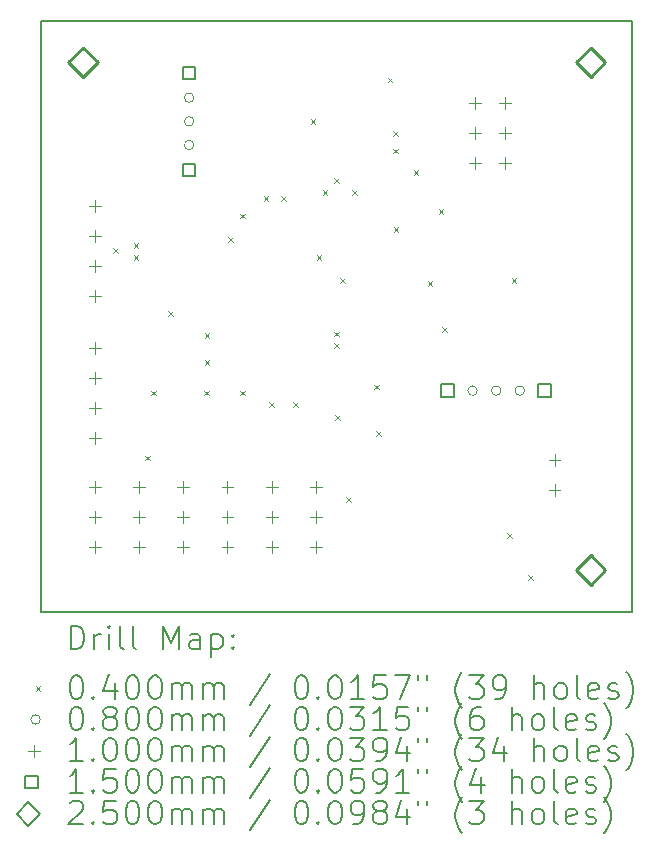
<source format=gbr>
%FSLAX45Y45*%
G04 Gerber Fmt 4.5, Leading zero omitted, Abs format (unit mm)*
G04 Created by KiCad (PCBNEW (6.0.5)) date 2022-06-08 19:34:26*
%MOMM*%
%LPD*%
G01*
G04 APERTURE LIST*
%TA.AperFunction,Profile*%
%ADD10C,0.200000*%
%TD*%
%ADD11C,0.200000*%
%ADD12C,0.040000*%
%ADD13C,0.080000*%
%ADD14C,0.100000*%
%ADD15C,0.150000*%
%ADD16C,0.250000*%
G04 APERTURE END LIST*
D10*
X11898000Y-7486000D02*
X16898000Y-7486000D01*
X16898000Y-7486000D02*
X16898000Y-12486000D01*
X16898000Y-12486000D02*
X11898000Y-12486000D01*
X11898000Y-12486000D02*
X11898000Y-7486000D01*
D11*
D12*
X12504426Y-9409759D02*
X12544426Y-9449759D01*
X12544426Y-9409759D02*
X12504426Y-9449759D01*
X12678000Y-9366000D02*
X12718000Y-9406000D01*
X12718000Y-9366000D02*
X12678000Y-9406000D01*
X12678000Y-9466000D02*
X12718000Y-9506000D01*
X12718000Y-9466000D02*
X12678000Y-9506000D01*
X12778000Y-11166000D02*
X12818000Y-11206000D01*
X12818000Y-11166000D02*
X12778000Y-11206000D01*
X12828000Y-10616000D02*
X12868000Y-10656000D01*
X12868000Y-10616000D02*
X12828000Y-10656000D01*
X12970000Y-9940000D02*
X13010000Y-9980000D01*
X13010000Y-9940000D02*
X12970000Y-9980000D01*
X13278000Y-10616000D02*
X13318000Y-10656000D01*
X13318000Y-10616000D02*
X13278000Y-10656000D01*
X13280000Y-10130000D02*
X13320000Y-10170000D01*
X13320000Y-10130000D02*
X13280000Y-10170000D01*
X13280000Y-10355000D02*
X13320000Y-10395000D01*
X13320000Y-10355000D02*
X13280000Y-10395000D01*
X13478000Y-9316000D02*
X13518000Y-9356000D01*
X13518000Y-9316000D02*
X13478000Y-9356000D01*
X13578000Y-9116000D02*
X13618000Y-9156000D01*
X13618000Y-9116000D02*
X13578000Y-9156000D01*
X13578000Y-10616000D02*
X13618000Y-10656000D01*
X13618000Y-10616000D02*
X13578000Y-10656000D01*
X13778000Y-8966000D02*
X13818000Y-9006000D01*
X13818000Y-8966000D02*
X13778000Y-9006000D01*
X13828000Y-10716000D02*
X13868000Y-10756000D01*
X13868000Y-10716000D02*
X13828000Y-10756000D01*
X13928000Y-8966000D02*
X13968000Y-9006000D01*
X13968000Y-8966000D02*
X13928000Y-9006000D01*
X14028000Y-10716000D02*
X14068000Y-10756000D01*
X14068000Y-10716000D02*
X14028000Y-10756000D01*
X14178000Y-8316000D02*
X14218000Y-8356000D01*
X14218000Y-8316000D02*
X14178000Y-8356000D01*
X14228000Y-9466000D02*
X14268000Y-9506000D01*
X14268000Y-9466000D02*
X14228000Y-9506000D01*
X14278000Y-8916000D02*
X14318000Y-8956000D01*
X14318000Y-8916000D02*
X14278000Y-8956000D01*
X14378000Y-8816000D02*
X14418000Y-8856000D01*
X14418000Y-8816000D02*
X14378000Y-8856000D01*
X14378000Y-10116000D02*
X14418000Y-10156000D01*
X14418000Y-10116000D02*
X14378000Y-10156000D01*
X14378000Y-10216000D02*
X14418000Y-10256000D01*
X14418000Y-10216000D02*
X14378000Y-10256000D01*
X14386791Y-10821262D02*
X14426791Y-10861262D01*
X14426791Y-10821262D02*
X14386791Y-10861262D01*
X14428000Y-9666000D02*
X14468000Y-9706000D01*
X14468000Y-9666000D02*
X14428000Y-9706000D01*
X14478000Y-11516000D02*
X14518000Y-11556000D01*
X14518000Y-11516000D02*
X14478000Y-11556000D01*
X14528000Y-8916000D02*
X14568000Y-8956000D01*
X14568000Y-8916000D02*
X14528000Y-8956000D01*
X14714104Y-10563691D02*
X14754104Y-10603691D01*
X14754104Y-10563691D02*
X14714104Y-10603691D01*
X14732551Y-10959503D02*
X14772551Y-10999503D01*
X14772551Y-10959503D02*
X14732551Y-10999503D01*
X14828000Y-7966000D02*
X14868000Y-8006000D01*
X14868000Y-7966000D02*
X14828000Y-8006000D01*
X14878000Y-8416000D02*
X14918000Y-8456000D01*
X14918000Y-8416000D02*
X14878000Y-8456000D01*
X14878000Y-8566000D02*
X14918000Y-8606000D01*
X14918000Y-8566000D02*
X14878000Y-8606000D01*
X14880000Y-9230000D02*
X14920000Y-9270000D01*
X14920000Y-9230000D02*
X14880000Y-9270000D01*
X15050000Y-8750000D02*
X15090000Y-8790000D01*
X15090000Y-8750000D02*
X15050000Y-8790000D01*
X15168000Y-9686000D02*
X15208000Y-9726000D01*
X15208000Y-9686000D02*
X15168000Y-9726000D01*
X15260000Y-9080000D02*
X15300000Y-9120000D01*
X15300000Y-9080000D02*
X15260000Y-9120000D01*
X15288000Y-10076000D02*
X15328000Y-10116000D01*
X15328000Y-10076000D02*
X15288000Y-10116000D01*
X15840000Y-11820000D02*
X15880000Y-11860000D01*
X15880000Y-11820000D02*
X15840000Y-11860000D01*
X15878000Y-9666000D02*
X15918000Y-9706000D01*
X15918000Y-9666000D02*
X15878000Y-9706000D01*
X16020000Y-12180000D02*
X16060000Y-12220000D01*
X16060000Y-12180000D02*
X16020000Y-12220000D01*
D13*
X13188000Y-8136000D02*
G75*
G03*
X13188000Y-8136000I-40000J0D01*
G01*
X13188000Y-8336000D02*
G75*
G03*
X13188000Y-8336000I-40000J0D01*
G01*
X13188000Y-8536000D02*
G75*
G03*
X13188000Y-8536000I-40000J0D01*
G01*
X15588000Y-10615750D02*
G75*
G03*
X15588000Y-10615750I-40000J0D01*
G01*
X15788000Y-10615750D02*
G75*
G03*
X15788000Y-10615750I-40000J0D01*
G01*
X15988000Y-10615750D02*
G75*
G03*
X15988000Y-10615750I-40000J0D01*
G01*
D14*
X12348000Y-9004000D02*
X12348000Y-9104000D01*
X12298000Y-9054000D02*
X12398000Y-9054000D01*
X12348000Y-9258000D02*
X12348000Y-9358000D01*
X12298000Y-9308000D02*
X12398000Y-9308000D01*
X12348000Y-9512000D02*
X12348000Y-9612000D01*
X12298000Y-9562000D02*
X12398000Y-9562000D01*
X12348000Y-9766000D02*
X12348000Y-9866000D01*
X12298000Y-9816000D02*
X12398000Y-9816000D01*
X12348000Y-10204000D02*
X12348000Y-10304000D01*
X12298000Y-10254000D02*
X12398000Y-10254000D01*
X12348000Y-10458000D02*
X12348000Y-10558000D01*
X12298000Y-10508000D02*
X12398000Y-10508000D01*
X12348000Y-10712000D02*
X12348000Y-10812000D01*
X12298000Y-10762000D02*
X12398000Y-10762000D01*
X12348000Y-10966000D02*
X12348000Y-11066000D01*
X12298000Y-11016000D02*
X12398000Y-11016000D01*
X12348000Y-11383500D02*
X12348000Y-11483500D01*
X12298000Y-11433500D02*
X12398000Y-11433500D01*
X12348000Y-11637500D02*
X12348000Y-11737500D01*
X12298000Y-11687500D02*
X12398000Y-11687500D01*
X12348000Y-11891500D02*
X12348000Y-11991500D01*
X12298000Y-11941500D02*
X12398000Y-11941500D01*
X12723000Y-11383500D02*
X12723000Y-11483500D01*
X12673000Y-11433500D02*
X12773000Y-11433500D01*
X12723000Y-11637500D02*
X12723000Y-11737500D01*
X12673000Y-11687500D02*
X12773000Y-11687500D01*
X12723000Y-11891500D02*
X12723000Y-11991500D01*
X12673000Y-11941500D02*
X12773000Y-11941500D01*
X13098000Y-11383500D02*
X13098000Y-11483500D01*
X13048000Y-11433500D02*
X13148000Y-11433500D01*
X13098000Y-11637500D02*
X13098000Y-11737500D01*
X13048000Y-11687500D02*
X13148000Y-11687500D01*
X13098000Y-11891500D02*
X13098000Y-11991500D01*
X13048000Y-11941500D02*
X13148000Y-11941500D01*
X13473000Y-11383500D02*
X13473000Y-11483500D01*
X13423000Y-11433500D02*
X13523000Y-11433500D01*
X13473000Y-11637500D02*
X13473000Y-11737500D01*
X13423000Y-11687500D02*
X13523000Y-11687500D01*
X13473000Y-11891500D02*
X13473000Y-11991500D01*
X13423000Y-11941500D02*
X13523000Y-11941500D01*
X13848000Y-11383500D02*
X13848000Y-11483500D01*
X13798000Y-11433500D02*
X13898000Y-11433500D01*
X13848000Y-11637500D02*
X13848000Y-11737500D01*
X13798000Y-11687500D02*
X13898000Y-11687500D01*
X13848000Y-11891500D02*
X13848000Y-11991500D01*
X13798000Y-11941500D02*
X13898000Y-11941500D01*
X14223000Y-11383500D02*
X14223000Y-11483500D01*
X14173000Y-11433500D02*
X14273000Y-11433500D01*
X14223000Y-11637500D02*
X14223000Y-11737500D01*
X14173000Y-11687500D02*
X14273000Y-11687500D01*
X14223000Y-11891500D02*
X14223000Y-11991500D01*
X14173000Y-11941500D02*
X14273000Y-11941500D01*
X15571500Y-8130500D02*
X15571500Y-8230500D01*
X15521500Y-8180500D02*
X15621500Y-8180500D01*
X15571500Y-8384500D02*
X15571500Y-8484500D01*
X15521500Y-8434500D02*
X15621500Y-8434500D01*
X15571500Y-8638500D02*
X15571500Y-8738500D01*
X15521500Y-8688500D02*
X15621500Y-8688500D01*
X15825500Y-8130500D02*
X15825500Y-8230500D01*
X15775500Y-8180500D02*
X15875500Y-8180500D01*
X15825500Y-8384500D02*
X15825500Y-8484500D01*
X15775500Y-8434500D02*
X15875500Y-8434500D01*
X15825500Y-8638500D02*
X15825500Y-8738500D01*
X15775500Y-8688500D02*
X15875500Y-8688500D01*
X16242500Y-11156000D02*
X16242500Y-11256000D01*
X16192500Y-11206000D02*
X16292500Y-11206000D01*
X16242500Y-11410000D02*
X16242500Y-11510000D01*
X16192500Y-11460000D02*
X16292500Y-11460000D01*
D15*
X13201033Y-7979033D02*
X13201033Y-7872966D01*
X13094966Y-7872966D01*
X13094966Y-7979033D01*
X13201033Y-7979033D01*
X13201033Y-8799034D02*
X13201033Y-8692967D01*
X13094966Y-8692967D01*
X13094966Y-8799034D01*
X13201033Y-8799034D01*
X15391033Y-10668784D02*
X15391033Y-10562717D01*
X15284966Y-10562717D01*
X15284966Y-10668784D01*
X15391033Y-10668784D01*
X16211033Y-10668784D02*
X16211033Y-10562717D01*
X16104966Y-10562717D01*
X16104966Y-10668784D01*
X16211033Y-10668784D01*
D16*
X12248000Y-7961000D02*
X12373000Y-7836000D01*
X12248000Y-7711000D01*
X12123000Y-7836000D01*
X12248000Y-7961000D01*
X16548000Y-7961000D02*
X16673000Y-7836000D01*
X16548000Y-7711000D01*
X16423000Y-7836000D01*
X16548000Y-7961000D01*
X16548000Y-12261000D02*
X16673000Y-12136000D01*
X16548000Y-12011000D01*
X16423000Y-12136000D01*
X16548000Y-12261000D01*
D11*
X12145619Y-12806476D02*
X12145619Y-12606476D01*
X12193238Y-12606476D01*
X12221809Y-12616000D01*
X12240857Y-12635048D01*
X12250381Y-12654095D01*
X12259905Y-12692190D01*
X12259905Y-12720762D01*
X12250381Y-12758857D01*
X12240857Y-12777905D01*
X12221809Y-12796952D01*
X12193238Y-12806476D01*
X12145619Y-12806476D01*
X12345619Y-12806476D02*
X12345619Y-12673143D01*
X12345619Y-12711238D02*
X12355143Y-12692190D01*
X12364667Y-12682667D01*
X12383714Y-12673143D01*
X12402762Y-12673143D01*
X12469428Y-12806476D02*
X12469428Y-12673143D01*
X12469428Y-12606476D02*
X12459905Y-12616000D01*
X12469428Y-12625524D01*
X12478952Y-12616000D01*
X12469428Y-12606476D01*
X12469428Y-12625524D01*
X12593238Y-12806476D02*
X12574190Y-12796952D01*
X12564667Y-12777905D01*
X12564667Y-12606476D01*
X12698000Y-12806476D02*
X12678952Y-12796952D01*
X12669428Y-12777905D01*
X12669428Y-12606476D01*
X12926571Y-12806476D02*
X12926571Y-12606476D01*
X12993238Y-12749333D01*
X13059905Y-12606476D01*
X13059905Y-12806476D01*
X13240857Y-12806476D02*
X13240857Y-12701714D01*
X13231333Y-12682667D01*
X13212286Y-12673143D01*
X13174190Y-12673143D01*
X13155143Y-12682667D01*
X13240857Y-12796952D02*
X13221809Y-12806476D01*
X13174190Y-12806476D01*
X13155143Y-12796952D01*
X13145619Y-12777905D01*
X13145619Y-12758857D01*
X13155143Y-12739809D01*
X13174190Y-12730286D01*
X13221809Y-12730286D01*
X13240857Y-12720762D01*
X13336095Y-12673143D02*
X13336095Y-12873143D01*
X13336095Y-12682667D02*
X13355143Y-12673143D01*
X13393238Y-12673143D01*
X13412286Y-12682667D01*
X13421809Y-12692190D01*
X13431333Y-12711238D01*
X13431333Y-12768381D01*
X13421809Y-12787428D01*
X13412286Y-12796952D01*
X13393238Y-12806476D01*
X13355143Y-12806476D01*
X13336095Y-12796952D01*
X13517048Y-12787428D02*
X13526571Y-12796952D01*
X13517048Y-12806476D01*
X13507524Y-12796952D01*
X13517048Y-12787428D01*
X13517048Y-12806476D01*
X13517048Y-12682667D02*
X13526571Y-12692190D01*
X13517048Y-12701714D01*
X13507524Y-12692190D01*
X13517048Y-12682667D01*
X13517048Y-12701714D01*
D12*
X11848000Y-13116000D02*
X11888000Y-13156000D01*
X11888000Y-13116000D02*
X11848000Y-13156000D01*
D11*
X12183714Y-13026476D02*
X12202762Y-13026476D01*
X12221809Y-13036000D01*
X12231333Y-13045524D01*
X12240857Y-13064571D01*
X12250381Y-13102667D01*
X12250381Y-13150286D01*
X12240857Y-13188381D01*
X12231333Y-13207428D01*
X12221809Y-13216952D01*
X12202762Y-13226476D01*
X12183714Y-13226476D01*
X12164667Y-13216952D01*
X12155143Y-13207428D01*
X12145619Y-13188381D01*
X12136095Y-13150286D01*
X12136095Y-13102667D01*
X12145619Y-13064571D01*
X12155143Y-13045524D01*
X12164667Y-13036000D01*
X12183714Y-13026476D01*
X12336095Y-13207428D02*
X12345619Y-13216952D01*
X12336095Y-13226476D01*
X12326571Y-13216952D01*
X12336095Y-13207428D01*
X12336095Y-13226476D01*
X12517048Y-13093143D02*
X12517048Y-13226476D01*
X12469428Y-13016952D02*
X12421809Y-13159809D01*
X12545619Y-13159809D01*
X12659905Y-13026476D02*
X12678952Y-13026476D01*
X12698000Y-13036000D01*
X12707524Y-13045524D01*
X12717048Y-13064571D01*
X12726571Y-13102667D01*
X12726571Y-13150286D01*
X12717048Y-13188381D01*
X12707524Y-13207428D01*
X12698000Y-13216952D01*
X12678952Y-13226476D01*
X12659905Y-13226476D01*
X12640857Y-13216952D01*
X12631333Y-13207428D01*
X12621809Y-13188381D01*
X12612286Y-13150286D01*
X12612286Y-13102667D01*
X12621809Y-13064571D01*
X12631333Y-13045524D01*
X12640857Y-13036000D01*
X12659905Y-13026476D01*
X12850381Y-13026476D02*
X12869428Y-13026476D01*
X12888476Y-13036000D01*
X12898000Y-13045524D01*
X12907524Y-13064571D01*
X12917048Y-13102667D01*
X12917048Y-13150286D01*
X12907524Y-13188381D01*
X12898000Y-13207428D01*
X12888476Y-13216952D01*
X12869428Y-13226476D01*
X12850381Y-13226476D01*
X12831333Y-13216952D01*
X12821809Y-13207428D01*
X12812286Y-13188381D01*
X12802762Y-13150286D01*
X12802762Y-13102667D01*
X12812286Y-13064571D01*
X12821809Y-13045524D01*
X12831333Y-13036000D01*
X12850381Y-13026476D01*
X13002762Y-13226476D02*
X13002762Y-13093143D01*
X13002762Y-13112190D02*
X13012286Y-13102667D01*
X13031333Y-13093143D01*
X13059905Y-13093143D01*
X13078952Y-13102667D01*
X13088476Y-13121714D01*
X13088476Y-13226476D01*
X13088476Y-13121714D02*
X13098000Y-13102667D01*
X13117048Y-13093143D01*
X13145619Y-13093143D01*
X13164667Y-13102667D01*
X13174190Y-13121714D01*
X13174190Y-13226476D01*
X13269428Y-13226476D02*
X13269428Y-13093143D01*
X13269428Y-13112190D02*
X13278952Y-13102667D01*
X13298000Y-13093143D01*
X13326571Y-13093143D01*
X13345619Y-13102667D01*
X13355143Y-13121714D01*
X13355143Y-13226476D01*
X13355143Y-13121714D02*
X13364667Y-13102667D01*
X13383714Y-13093143D01*
X13412286Y-13093143D01*
X13431333Y-13102667D01*
X13440857Y-13121714D01*
X13440857Y-13226476D01*
X13831333Y-13016952D02*
X13659905Y-13274095D01*
X14088476Y-13026476D02*
X14107524Y-13026476D01*
X14126571Y-13036000D01*
X14136095Y-13045524D01*
X14145619Y-13064571D01*
X14155143Y-13102667D01*
X14155143Y-13150286D01*
X14145619Y-13188381D01*
X14136095Y-13207428D01*
X14126571Y-13216952D01*
X14107524Y-13226476D01*
X14088476Y-13226476D01*
X14069428Y-13216952D01*
X14059905Y-13207428D01*
X14050381Y-13188381D01*
X14040857Y-13150286D01*
X14040857Y-13102667D01*
X14050381Y-13064571D01*
X14059905Y-13045524D01*
X14069428Y-13036000D01*
X14088476Y-13026476D01*
X14240857Y-13207428D02*
X14250381Y-13216952D01*
X14240857Y-13226476D01*
X14231333Y-13216952D01*
X14240857Y-13207428D01*
X14240857Y-13226476D01*
X14374190Y-13026476D02*
X14393238Y-13026476D01*
X14412286Y-13036000D01*
X14421809Y-13045524D01*
X14431333Y-13064571D01*
X14440857Y-13102667D01*
X14440857Y-13150286D01*
X14431333Y-13188381D01*
X14421809Y-13207428D01*
X14412286Y-13216952D01*
X14393238Y-13226476D01*
X14374190Y-13226476D01*
X14355143Y-13216952D01*
X14345619Y-13207428D01*
X14336095Y-13188381D01*
X14326571Y-13150286D01*
X14326571Y-13102667D01*
X14336095Y-13064571D01*
X14345619Y-13045524D01*
X14355143Y-13036000D01*
X14374190Y-13026476D01*
X14631333Y-13226476D02*
X14517048Y-13226476D01*
X14574190Y-13226476D02*
X14574190Y-13026476D01*
X14555143Y-13055048D01*
X14536095Y-13074095D01*
X14517048Y-13083619D01*
X14812286Y-13026476D02*
X14717048Y-13026476D01*
X14707524Y-13121714D01*
X14717048Y-13112190D01*
X14736095Y-13102667D01*
X14783714Y-13102667D01*
X14802762Y-13112190D01*
X14812286Y-13121714D01*
X14821809Y-13140762D01*
X14821809Y-13188381D01*
X14812286Y-13207428D01*
X14802762Y-13216952D01*
X14783714Y-13226476D01*
X14736095Y-13226476D01*
X14717048Y-13216952D01*
X14707524Y-13207428D01*
X14888476Y-13026476D02*
X15021809Y-13026476D01*
X14936095Y-13226476D01*
X15088476Y-13026476D02*
X15088476Y-13064571D01*
X15164667Y-13026476D02*
X15164667Y-13064571D01*
X15459905Y-13302667D02*
X15450381Y-13293143D01*
X15431333Y-13264571D01*
X15421809Y-13245524D01*
X15412286Y-13216952D01*
X15402762Y-13169333D01*
X15402762Y-13131238D01*
X15412286Y-13083619D01*
X15421809Y-13055048D01*
X15431333Y-13036000D01*
X15450381Y-13007428D01*
X15459905Y-12997905D01*
X15517048Y-13026476D02*
X15640857Y-13026476D01*
X15574190Y-13102667D01*
X15602762Y-13102667D01*
X15621809Y-13112190D01*
X15631333Y-13121714D01*
X15640857Y-13140762D01*
X15640857Y-13188381D01*
X15631333Y-13207428D01*
X15621809Y-13216952D01*
X15602762Y-13226476D01*
X15545619Y-13226476D01*
X15526571Y-13216952D01*
X15517048Y-13207428D01*
X15736095Y-13226476D02*
X15774190Y-13226476D01*
X15793238Y-13216952D01*
X15802762Y-13207428D01*
X15821809Y-13178857D01*
X15831333Y-13140762D01*
X15831333Y-13064571D01*
X15821809Y-13045524D01*
X15812286Y-13036000D01*
X15793238Y-13026476D01*
X15755143Y-13026476D01*
X15736095Y-13036000D01*
X15726571Y-13045524D01*
X15717048Y-13064571D01*
X15717048Y-13112190D01*
X15726571Y-13131238D01*
X15736095Y-13140762D01*
X15755143Y-13150286D01*
X15793238Y-13150286D01*
X15812286Y-13140762D01*
X15821809Y-13131238D01*
X15831333Y-13112190D01*
X16069428Y-13226476D02*
X16069428Y-13026476D01*
X16155143Y-13226476D02*
X16155143Y-13121714D01*
X16145619Y-13102667D01*
X16126571Y-13093143D01*
X16098000Y-13093143D01*
X16078952Y-13102667D01*
X16069428Y-13112190D01*
X16278952Y-13226476D02*
X16259905Y-13216952D01*
X16250381Y-13207428D01*
X16240857Y-13188381D01*
X16240857Y-13131238D01*
X16250381Y-13112190D01*
X16259905Y-13102667D01*
X16278952Y-13093143D01*
X16307524Y-13093143D01*
X16326571Y-13102667D01*
X16336095Y-13112190D01*
X16345619Y-13131238D01*
X16345619Y-13188381D01*
X16336095Y-13207428D01*
X16326571Y-13216952D01*
X16307524Y-13226476D01*
X16278952Y-13226476D01*
X16459905Y-13226476D02*
X16440857Y-13216952D01*
X16431333Y-13197905D01*
X16431333Y-13026476D01*
X16612286Y-13216952D02*
X16593238Y-13226476D01*
X16555143Y-13226476D01*
X16536095Y-13216952D01*
X16526571Y-13197905D01*
X16526571Y-13121714D01*
X16536095Y-13102667D01*
X16555143Y-13093143D01*
X16593238Y-13093143D01*
X16612286Y-13102667D01*
X16621809Y-13121714D01*
X16621809Y-13140762D01*
X16526571Y-13159809D01*
X16698000Y-13216952D02*
X16717048Y-13226476D01*
X16755143Y-13226476D01*
X16774190Y-13216952D01*
X16783714Y-13197905D01*
X16783714Y-13188381D01*
X16774190Y-13169333D01*
X16755143Y-13159809D01*
X16726571Y-13159809D01*
X16707524Y-13150286D01*
X16698000Y-13131238D01*
X16698000Y-13121714D01*
X16707524Y-13102667D01*
X16726571Y-13093143D01*
X16755143Y-13093143D01*
X16774190Y-13102667D01*
X16850381Y-13302667D02*
X16859905Y-13293143D01*
X16878952Y-13264571D01*
X16888476Y-13245524D01*
X16898000Y-13216952D01*
X16907524Y-13169333D01*
X16907524Y-13131238D01*
X16898000Y-13083619D01*
X16888476Y-13055048D01*
X16878952Y-13036000D01*
X16859905Y-13007428D01*
X16850381Y-12997905D01*
D13*
X11888000Y-13400000D02*
G75*
G03*
X11888000Y-13400000I-40000J0D01*
G01*
D11*
X12183714Y-13290476D02*
X12202762Y-13290476D01*
X12221809Y-13300000D01*
X12231333Y-13309524D01*
X12240857Y-13328571D01*
X12250381Y-13366667D01*
X12250381Y-13414286D01*
X12240857Y-13452381D01*
X12231333Y-13471428D01*
X12221809Y-13480952D01*
X12202762Y-13490476D01*
X12183714Y-13490476D01*
X12164667Y-13480952D01*
X12155143Y-13471428D01*
X12145619Y-13452381D01*
X12136095Y-13414286D01*
X12136095Y-13366667D01*
X12145619Y-13328571D01*
X12155143Y-13309524D01*
X12164667Y-13300000D01*
X12183714Y-13290476D01*
X12336095Y-13471428D02*
X12345619Y-13480952D01*
X12336095Y-13490476D01*
X12326571Y-13480952D01*
X12336095Y-13471428D01*
X12336095Y-13490476D01*
X12459905Y-13376190D02*
X12440857Y-13366667D01*
X12431333Y-13357143D01*
X12421809Y-13338095D01*
X12421809Y-13328571D01*
X12431333Y-13309524D01*
X12440857Y-13300000D01*
X12459905Y-13290476D01*
X12498000Y-13290476D01*
X12517048Y-13300000D01*
X12526571Y-13309524D01*
X12536095Y-13328571D01*
X12536095Y-13338095D01*
X12526571Y-13357143D01*
X12517048Y-13366667D01*
X12498000Y-13376190D01*
X12459905Y-13376190D01*
X12440857Y-13385714D01*
X12431333Y-13395238D01*
X12421809Y-13414286D01*
X12421809Y-13452381D01*
X12431333Y-13471428D01*
X12440857Y-13480952D01*
X12459905Y-13490476D01*
X12498000Y-13490476D01*
X12517048Y-13480952D01*
X12526571Y-13471428D01*
X12536095Y-13452381D01*
X12536095Y-13414286D01*
X12526571Y-13395238D01*
X12517048Y-13385714D01*
X12498000Y-13376190D01*
X12659905Y-13290476D02*
X12678952Y-13290476D01*
X12698000Y-13300000D01*
X12707524Y-13309524D01*
X12717048Y-13328571D01*
X12726571Y-13366667D01*
X12726571Y-13414286D01*
X12717048Y-13452381D01*
X12707524Y-13471428D01*
X12698000Y-13480952D01*
X12678952Y-13490476D01*
X12659905Y-13490476D01*
X12640857Y-13480952D01*
X12631333Y-13471428D01*
X12621809Y-13452381D01*
X12612286Y-13414286D01*
X12612286Y-13366667D01*
X12621809Y-13328571D01*
X12631333Y-13309524D01*
X12640857Y-13300000D01*
X12659905Y-13290476D01*
X12850381Y-13290476D02*
X12869428Y-13290476D01*
X12888476Y-13300000D01*
X12898000Y-13309524D01*
X12907524Y-13328571D01*
X12917048Y-13366667D01*
X12917048Y-13414286D01*
X12907524Y-13452381D01*
X12898000Y-13471428D01*
X12888476Y-13480952D01*
X12869428Y-13490476D01*
X12850381Y-13490476D01*
X12831333Y-13480952D01*
X12821809Y-13471428D01*
X12812286Y-13452381D01*
X12802762Y-13414286D01*
X12802762Y-13366667D01*
X12812286Y-13328571D01*
X12821809Y-13309524D01*
X12831333Y-13300000D01*
X12850381Y-13290476D01*
X13002762Y-13490476D02*
X13002762Y-13357143D01*
X13002762Y-13376190D02*
X13012286Y-13366667D01*
X13031333Y-13357143D01*
X13059905Y-13357143D01*
X13078952Y-13366667D01*
X13088476Y-13385714D01*
X13088476Y-13490476D01*
X13088476Y-13385714D02*
X13098000Y-13366667D01*
X13117048Y-13357143D01*
X13145619Y-13357143D01*
X13164667Y-13366667D01*
X13174190Y-13385714D01*
X13174190Y-13490476D01*
X13269428Y-13490476D02*
X13269428Y-13357143D01*
X13269428Y-13376190D02*
X13278952Y-13366667D01*
X13298000Y-13357143D01*
X13326571Y-13357143D01*
X13345619Y-13366667D01*
X13355143Y-13385714D01*
X13355143Y-13490476D01*
X13355143Y-13385714D02*
X13364667Y-13366667D01*
X13383714Y-13357143D01*
X13412286Y-13357143D01*
X13431333Y-13366667D01*
X13440857Y-13385714D01*
X13440857Y-13490476D01*
X13831333Y-13280952D02*
X13659905Y-13538095D01*
X14088476Y-13290476D02*
X14107524Y-13290476D01*
X14126571Y-13300000D01*
X14136095Y-13309524D01*
X14145619Y-13328571D01*
X14155143Y-13366667D01*
X14155143Y-13414286D01*
X14145619Y-13452381D01*
X14136095Y-13471428D01*
X14126571Y-13480952D01*
X14107524Y-13490476D01*
X14088476Y-13490476D01*
X14069428Y-13480952D01*
X14059905Y-13471428D01*
X14050381Y-13452381D01*
X14040857Y-13414286D01*
X14040857Y-13366667D01*
X14050381Y-13328571D01*
X14059905Y-13309524D01*
X14069428Y-13300000D01*
X14088476Y-13290476D01*
X14240857Y-13471428D02*
X14250381Y-13480952D01*
X14240857Y-13490476D01*
X14231333Y-13480952D01*
X14240857Y-13471428D01*
X14240857Y-13490476D01*
X14374190Y-13290476D02*
X14393238Y-13290476D01*
X14412286Y-13300000D01*
X14421809Y-13309524D01*
X14431333Y-13328571D01*
X14440857Y-13366667D01*
X14440857Y-13414286D01*
X14431333Y-13452381D01*
X14421809Y-13471428D01*
X14412286Y-13480952D01*
X14393238Y-13490476D01*
X14374190Y-13490476D01*
X14355143Y-13480952D01*
X14345619Y-13471428D01*
X14336095Y-13452381D01*
X14326571Y-13414286D01*
X14326571Y-13366667D01*
X14336095Y-13328571D01*
X14345619Y-13309524D01*
X14355143Y-13300000D01*
X14374190Y-13290476D01*
X14507524Y-13290476D02*
X14631333Y-13290476D01*
X14564667Y-13366667D01*
X14593238Y-13366667D01*
X14612286Y-13376190D01*
X14621809Y-13385714D01*
X14631333Y-13404762D01*
X14631333Y-13452381D01*
X14621809Y-13471428D01*
X14612286Y-13480952D01*
X14593238Y-13490476D01*
X14536095Y-13490476D01*
X14517048Y-13480952D01*
X14507524Y-13471428D01*
X14821809Y-13490476D02*
X14707524Y-13490476D01*
X14764667Y-13490476D02*
X14764667Y-13290476D01*
X14745619Y-13319048D01*
X14726571Y-13338095D01*
X14707524Y-13347619D01*
X15002762Y-13290476D02*
X14907524Y-13290476D01*
X14898000Y-13385714D01*
X14907524Y-13376190D01*
X14926571Y-13366667D01*
X14974190Y-13366667D01*
X14993238Y-13376190D01*
X15002762Y-13385714D01*
X15012286Y-13404762D01*
X15012286Y-13452381D01*
X15002762Y-13471428D01*
X14993238Y-13480952D01*
X14974190Y-13490476D01*
X14926571Y-13490476D01*
X14907524Y-13480952D01*
X14898000Y-13471428D01*
X15088476Y-13290476D02*
X15088476Y-13328571D01*
X15164667Y-13290476D02*
X15164667Y-13328571D01*
X15459905Y-13566667D02*
X15450381Y-13557143D01*
X15431333Y-13528571D01*
X15421809Y-13509524D01*
X15412286Y-13480952D01*
X15402762Y-13433333D01*
X15402762Y-13395238D01*
X15412286Y-13347619D01*
X15421809Y-13319048D01*
X15431333Y-13300000D01*
X15450381Y-13271428D01*
X15459905Y-13261905D01*
X15621809Y-13290476D02*
X15583714Y-13290476D01*
X15564667Y-13300000D01*
X15555143Y-13309524D01*
X15536095Y-13338095D01*
X15526571Y-13376190D01*
X15526571Y-13452381D01*
X15536095Y-13471428D01*
X15545619Y-13480952D01*
X15564667Y-13490476D01*
X15602762Y-13490476D01*
X15621809Y-13480952D01*
X15631333Y-13471428D01*
X15640857Y-13452381D01*
X15640857Y-13404762D01*
X15631333Y-13385714D01*
X15621809Y-13376190D01*
X15602762Y-13366667D01*
X15564667Y-13366667D01*
X15545619Y-13376190D01*
X15536095Y-13385714D01*
X15526571Y-13404762D01*
X15878952Y-13490476D02*
X15878952Y-13290476D01*
X15964667Y-13490476D02*
X15964667Y-13385714D01*
X15955143Y-13366667D01*
X15936095Y-13357143D01*
X15907524Y-13357143D01*
X15888476Y-13366667D01*
X15878952Y-13376190D01*
X16088476Y-13490476D02*
X16069428Y-13480952D01*
X16059905Y-13471428D01*
X16050381Y-13452381D01*
X16050381Y-13395238D01*
X16059905Y-13376190D01*
X16069428Y-13366667D01*
X16088476Y-13357143D01*
X16117048Y-13357143D01*
X16136095Y-13366667D01*
X16145619Y-13376190D01*
X16155143Y-13395238D01*
X16155143Y-13452381D01*
X16145619Y-13471428D01*
X16136095Y-13480952D01*
X16117048Y-13490476D01*
X16088476Y-13490476D01*
X16269428Y-13490476D02*
X16250381Y-13480952D01*
X16240857Y-13461905D01*
X16240857Y-13290476D01*
X16421809Y-13480952D02*
X16402762Y-13490476D01*
X16364667Y-13490476D01*
X16345619Y-13480952D01*
X16336095Y-13461905D01*
X16336095Y-13385714D01*
X16345619Y-13366667D01*
X16364667Y-13357143D01*
X16402762Y-13357143D01*
X16421809Y-13366667D01*
X16431333Y-13385714D01*
X16431333Y-13404762D01*
X16336095Y-13423809D01*
X16507524Y-13480952D02*
X16526571Y-13490476D01*
X16564667Y-13490476D01*
X16583714Y-13480952D01*
X16593238Y-13461905D01*
X16593238Y-13452381D01*
X16583714Y-13433333D01*
X16564667Y-13423809D01*
X16536095Y-13423809D01*
X16517048Y-13414286D01*
X16507524Y-13395238D01*
X16507524Y-13385714D01*
X16517048Y-13366667D01*
X16536095Y-13357143D01*
X16564667Y-13357143D01*
X16583714Y-13366667D01*
X16659905Y-13566667D02*
X16669428Y-13557143D01*
X16688476Y-13528571D01*
X16698000Y-13509524D01*
X16707524Y-13480952D01*
X16717048Y-13433333D01*
X16717048Y-13395238D01*
X16707524Y-13347619D01*
X16698000Y-13319048D01*
X16688476Y-13300000D01*
X16669428Y-13271428D01*
X16659905Y-13261905D01*
D14*
X11838000Y-13614000D02*
X11838000Y-13714000D01*
X11788000Y-13664000D02*
X11888000Y-13664000D01*
D11*
X12250381Y-13754476D02*
X12136095Y-13754476D01*
X12193238Y-13754476D02*
X12193238Y-13554476D01*
X12174190Y-13583048D01*
X12155143Y-13602095D01*
X12136095Y-13611619D01*
X12336095Y-13735428D02*
X12345619Y-13744952D01*
X12336095Y-13754476D01*
X12326571Y-13744952D01*
X12336095Y-13735428D01*
X12336095Y-13754476D01*
X12469428Y-13554476D02*
X12488476Y-13554476D01*
X12507524Y-13564000D01*
X12517048Y-13573524D01*
X12526571Y-13592571D01*
X12536095Y-13630667D01*
X12536095Y-13678286D01*
X12526571Y-13716381D01*
X12517048Y-13735428D01*
X12507524Y-13744952D01*
X12488476Y-13754476D01*
X12469428Y-13754476D01*
X12450381Y-13744952D01*
X12440857Y-13735428D01*
X12431333Y-13716381D01*
X12421809Y-13678286D01*
X12421809Y-13630667D01*
X12431333Y-13592571D01*
X12440857Y-13573524D01*
X12450381Y-13564000D01*
X12469428Y-13554476D01*
X12659905Y-13554476D02*
X12678952Y-13554476D01*
X12698000Y-13564000D01*
X12707524Y-13573524D01*
X12717048Y-13592571D01*
X12726571Y-13630667D01*
X12726571Y-13678286D01*
X12717048Y-13716381D01*
X12707524Y-13735428D01*
X12698000Y-13744952D01*
X12678952Y-13754476D01*
X12659905Y-13754476D01*
X12640857Y-13744952D01*
X12631333Y-13735428D01*
X12621809Y-13716381D01*
X12612286Y-13678286D01*
X12612286Y-13630667D01*
X12621809Y-13592571D01*
X12631333Y-13573524D01*
X12640857Y-13564000D01*
X12659905Y-13554476D01*
X12850381Y-13554476D02*
X12869428Y-13554476D01*
X12888476Y-13564000D01*
X12898000Y-13573524D01*
X12907524Y-13592571D01*
X12917048Y-13630667D01*
X12917048Y-13678286D01*
X12907524Y-13716381D01*
X12898000Y-13735428D01*
X12888476Y-13744952D01*
X12869428Y-13754476D01*
X12850381Y-13754476D01*
X12831333Y-13744952D01*
X12821809Y-13735428D01*
X12812286Y-13716381D01*
X12802762Y-13678286D01*
X12802762Y-13630667D01*
X12812286Y-13592571D01*
X12821809Y-13573524D01*
X12831333Y-13564000D01*
X12850381Y-13554476D01*
X13002762Y-13754476D02*
X13002762Y-13621143D01*
X13002762Y-13640190D02*
X13012286Y-13630667D01*
X13031333Y-13621143D01*
X13059905Y-13621143D01*
X13078952Y-13630667D01*
X13088476Y-13649714D01*
X13088476Y-13754476D01*
X13088476Y-13649714D02*
X13098000Y-13630667D01*
X13117048Y-13621143D01*
X13145619Y-13621143D01*
X13164667Y-13630667D01*
X13174190Y-13649714D01*
X13174190Y-13754476D01*
X13269428Y-13754476D02*
X13269428Y-13621143D01*
X13269428Y-13640190D02*
X13278952Y-13630667D01*
X13298000Y-13621143D01*
X13326571Y-13621143D01*
X13345619Y-13630667D01*
X13355143Y-13649714D01*
X13355143Y-13754476D01*
X13355143Y-13649714D02*
X13364667Y-13630667D01*
X13383714Y-13621143D01*
X13412286Y-13621143D01*
X13431333Y-13630667D01*
X13440857Y-13649714D01*
X13440857Y-13754476D01*
X13831333Y-13544952D02*
X13659905Y-13802095D01*
X14088476Y-13554476D02*
X14107524Y-13554476D01*
X14126571Y-13564000D01*
X14136095Y-13573524D01*
X14145619Y-13592571D01*
X14155143Y-13630667D01*
X14155143Y-13678286D01*
X14145619Y-13716381D01*
X14136095Y-13735428D01*
X14126571Y-13744952D01*
X14107524Y-13754476D01*
X14088476Y-13754476D01*
X14069428Y-13744952D01*
X14059905Y-13735428D01*
X14050381Y-13716381D01*
X14040857Y-13678286D01*
X14040857Y-13630667D01*
X14050381Y-13592571D01*
X14059905Y-13573524D01*
X14069428Y-13564000D01*
X14088476Y-13554476D01*
X14240857Y-13735428D02*
X14250381Y-13744952D01*
X14240857Y-13754476D01*
X14231333Y-13744952D01*
X14240857Y-13735428D01*
X14240857Y-13754476D01*
X14374190Y-13554476D02*
X14393238Y-13554476D01*
X14412286Y-13564000D01*
X14421809Y-13573524D01*
X14431333Y-13592571D01*
X14440857Y-13630667D01*
X14440857Y-13678286D01*
X14431333Y-13716381D01*
X14421809Y-13735428D01*
X14412286Y-13744952D01*
X14393238Y-13754476D01*
X14374190Y-13754476D01*
X14355143Y-13744952D01*
X14345619Y-13735428D01*
X14336095Y-13716381D01*
X14326571Y-13678286D01*
X14326571Y-13630667D01*
X14336095Y-13592571D01*
X14345619Y-13573524D01*
X14355143Y-13564000D01*
X14374190Y-13554476D01*
X14507524Y-13554476D02*
X14631333Y-13554476D01*
X14564667Y-13630667D01*
X14593238Y-13630667D01*
X14612286Y-13640190D01*
X14621809Y-13649714D01*
X14631333Y-13668762D01*
X14631333Y-13716381D01*
X14621809Y-13735428D01*
X14612286Y-13744952D01*
X14593238Y-13754476D01*
X14536095Y-13754476D01*
X14517048Y-13744952D01*
X14507524Y-13735428D01*
X14726571Y-13754476D02*
X14764667Y-13754476D01*
X14783714Y-13744952D01*
X14793238Y-13735428D01*
X14812286Y-13706857D01*
X14821809Y-13668762D01*
X14821809Y-13592571D01*
X14812286Y-13573524D01*
X14802762Y-13564000D01*
X14783714Y-13554476D01*
X14745619Y-13554476D01*
X14726571Y-13564000D01*
X14717048Y-13573524D01*
X14707524Y-13592571D01*
X14707524Y-13640190D01*
X14717048Y-13659238D01*
X14726571Y-13668762D01*
X14745619Y-13678286D01*
X14783714Y-13678286D01*
X14802762Y-13668762D01*
X14812286Y-13659238D01*
X14821809Y-13640190D01*
X14993238Y-13621143D02*
X14993238Y-13754476D01*
X14945619Y-13544952D02*
X14898000Y-13687809D01*
X15021809Y-13687809D01*
X15088476Y-13554476D02*
X15088476Y-13592571D01*
X15164667Y-13554476D02*
X15164667Y-13592571D01*
X15459905Y-13830667D02*
X15450381Y-13821143D01*
X15431333Y-13792571D01*
X15421809Y-13773524D01*
X15412286Y-13744952D01*
X15402762Y-13697333D01*
X15402762Y-13659238D01*
X15412286Y-13611619D01*
X15421809Y-13583048D01*
X15431333Y-13564000D01*
X15450381Y-13535428D01*
X15459905Y-13525905D01*
X15517048Y-13554476D02*
X15640857Y-13554476D01*
X15574190Y-13630667D01*
X15602762Y-13630667D01*
X15621809Y-13640190D01*
X15631333Y-13649714D01*
X15640857Y-13668762D01*
X15640857Y-13716381D01*
X15631333Y-13735428D01*
X15621809Y-13744952D01*
X15602762Y-13754476D01*
X15545619Y-13754476D01*
X15526571Y-13744952D01*
X15517048Y-13735428D01*
X15812286Y-13621143D02*
X15812286Y-13754476D01*
X15764667Y-13544952D02*
X15717048Y-13687809D01*
X15840857Y-13687809D01*
X16069428Y-13754476D02*
X16069428Y-13554476D01*
X16155143Y-13754476D02*
X16155143Y-13649714D01*
X16145619Y-13630667D01*
X16126571Y-13621143D01*
X16098000Y-13621143D01*
X16078952Y-13630667D01*
X16069428Y-13640190D01*
X16278952Y-13754476D02*
X16259905Y-13744952D01*
X16250381Y-13735428D01*
X16240857Y-13716381D01*
X16240857Y-13659238D01*
X16250381Y-13640190D01*
X16259905Y-13630667D01*
X16278952Y-13621143D01*
X16307524Y-13621143D01*
X16326571Y-13630667D01*
X16336095Y-13640190D01*
X16345619Y-13659238D01*
X16345619Y-13716381D01*
X16336095Y-13735428D01*
X16326571Y-13744952D01*
X16307524Y-13754476D01*
X16278952Y-13754476D01*
X16459905Y-13754476D02*
X16440857Y-13744952D01*
X16431333Y-13725905D01*
X16431333Y-13554476D01*
X16612286Y-13744952D02*
X16593238Y-13754476D01*
X16555143Y-13754476D01*
X16536095Y-13744952D01*
X16526571Y-13725905D01*
X16526571Y-13649714D01*
X16536095Y-13630667D01*
X16555143Y-13621143D01*
X16593238Y-13621143D01*
X16612286Y-13630667D01*
X16621809Y-13649714D01*
X16621809Y-13668762D01*
X16526571Y-13687809D01*
X16698000Y-13744952D02*
X16717048Y-13754476D01*
X16755143Y-13754476D01*
X16774190Y-13744952D01*
X16783714Y-13725905D01*
X16783714Y-13716381D01*
X16774190Y-13697333D01*
X16755143Y-13687809D01*
X16726571Y-13687809D01*
X16707524Y-13678286D01*
X16698000Y-13659238D01*
X16698000Y-13649714D01*
X16707524Y-13630667D01*
X16726571Y-13621143D01*
X16755143Y-13621143D01*
X16774190Y-13630667D01*
X16850381Y-13830667D02*
X16859905Y-13821143D01*
X16878952Y-13792571D01*
X16888476Y-13773524D01*
X16898000Y-13744952D01*
X16907524Y-13697333D01*
X16907524Y-13659238D01*
X16898000Y-13611619D01*
X16888476Y-13583048D01*
X16878952Y-13564000D01*
X16859905Y-13535428D01*
X16850381Y-13525905D01*
D15*
X11866033Y-13981033D02*
X11866033Y-13874966D01*
X11759966Y-13874966D01*
X11759966Y-13981033D01*
X11866033Y-13981033D01*
D11*
X12250381Y-14018476D02*
X12136095Y-14018476D01*
X12193238Y-14018476D02*
X12193238Y-13818476D01*
X12174190Y-13847048D01*
X12155143Y-13866095D01*
X12136095Y-13875619D01*
X12336095Y-13999428D02*
X12345619Y-14008952D01*
X12336095Y-14018476D01*
X12326571Y-14008952D01*
X12336095Y-13999428D01*
X12336095Y-14018476D01*
X12526571Y-13818476D02*
X12431333Y-13818476D01*
X12421809Y-13913714D01*
X12431333Y-13904190D01*
X12450381Y-13894667D01*
X12498000Y-13894667D01*
X12517048Y-13904190D01*
X12526571Y-13913714D01*
X12536095Y-13932762D01*
X12536095Y-13980381D01*
X12526571Y-13999428D01*
X12517048Y-14008952D01*
X12498000Y-14018476D01*
X12450381Y-14018476D01*
X12431333Y-14008952D01*
X12421809Y-13999428D01*
X12659905Y-13818476D02*
X12678952Y-13818476D01*
X12698000Y-13828000D01*
X12707524Y-13837524D01*
X12717048Y-13856571D01*
X12726571Y-13894667D01*
X12726571Y-13942286D01*
X12717048Y-13980381D01*
X12707524Y-13999428D01*
X12698000Y-14008952D01*
X12678952Y-14018476D01*
X12659905Y-14018476D01*
X12640857Y-14008952D01*
X12631333Y-13999428D01*
X12621809Y-13980381D01*
X12612286Y-13942286D01*
X12612286Y-13894667D01*
X12621809Y-13856571D01*
X12631333Y-13837524D01*
X12640857Y-13828000D01*
X12659905Y-13818476D01*
X12850381Y-13818476D02*
X12869428Y-13818476D01*
X12888476Y-13828000D01*
X12898000Y-13837524D01*
X12907524Y-13856571D01*
X12917048Y-13894667D01*
X12917048Y-13942286D01*
X12907524Y-13980381D01*
X12898000Y-13999428D01*
X12888476Y-14008952D01*
X12869428Y-14018476D01*
X12850381Y-14018476D01*
X12831333Y-14008952D01*
X12821809Y-13999428D01*
X12812286Y-13980381D01*
X12802762Y-13942286D01*
X12802762Y-13894667D01*
X12812286Y-13856571D01*
X12821809Y-13837524D01*
X12831333Y-13828000D01*
X12850381Y-13818476D01*
X13002762Y-14018476D02*
X13002762Y-13885143D01*
X13002762Y-13904190D02*
X13012286Y-13894667D01*
X13031333Y-13885143D01*
X13059905Y-13885143D01*
X13078952Y-13894667D01*
X13088476Y-13913714D01*
X13088476Y-14018476D01*
X13088476Y-13913714D02*
X13098000Y-13894667D01*
X13117048Y-13885143D01*
X13145619Y-13885143D01*
X13164667Y-13894667D01*
X13174190Y-13913714D01*
X13174190Y-14018476D01*
X13269428Y-14018476D02*
X13269428Y-13885143D01*
X13269428Y-13904190D02*
X13278952Y-13894667D01*
X13298000Y-13885143D01*
X13326571Y-13885143D01*
X13345619Y-13894667D01*
X13355143Y-13913714D01*
X13355143Y-14018476D01*
X13355143Y-13913714D02*
X13364667Y-13894667D01*
X13383714Y-13885143D01*
X13412286Y-13885143D01*
X13431333Y-13894667D01*
X13440857Y-13913714D01*
X13440857Y-14018476D01*
X13831333Y-13808952D02*
X13659905Y-14066095D01*
X14088476Y-13818476D02*
X14107524Y-13818476D01*
X14126571Y-13828000D01*
X14136095Y-13837524D01*
X14145619Y-13856571D01*
X14155143Y-13894667D01*
X14155143Y-13942286D01*
X14145619Y-13980381D01*
X14136095Y-13999428D01*
X14126571Y-14008952D01*
X14107524Y-14018476D01*
X14088476Y-14018476D01*
X14069428Y-14008952D01*
X14059905Y-13999428D01*
X14050381Y-13980381D01*
X14040857Y-13942286D01*
X14040857Y-13894667D01*
X14050381Y-13856571D01*
X14059905Y-13837524D01*
X14069428Y-13828000D01*
X14088476Y-13818476D01*
X14240857Y-13999428D02*
X14250381Y-14008952D01*
X14240857Y-14018476D01*
X14231333Y-14008952D01*
X14240857Y-13999428D01*
X14240857Y-14018476D01*
X14374190Y-13818476D02*
X14393238Y-13818476D01*
X14412286Y-13828000D01*
X14421809Y-13837524D01*
X14431333Y-13856571D01*
X14440857Y-13894667D01*
X14440857Y-13942286D01*
X14431333Y-13980381D01*
X14421809Y-13999428D01*
X14412286Y-14008952D01*
X14393238Y-14018476D01*
X14374190Y-14018476D01*
X14355143Y-14008952D01*
X14345619Y-13999428D01*
X14336095Y-13980381D01*
X14326571Y-13942286D01*
X14326571Y-13894667D01*
X14336095Y-13856571D01*
X14345619Y-13837524D01*
X14355143Y-13828000D01*
X14374190Y-13818476D01*
X14621809Y-13818476D02*
X14526571Y-13818476D01*
X14517048Y-13913714D01*
X14526571Y-13904190D01*
X14545619Y-13894667D01*
X14593238Y-13894667D01*
X14612286Y-13904190D01*
X14621809Y-13913714D01*
X14631333Y-13932762D01*
X14631333Y-13980381D01*
X14621809Y-13999428D01*
X14612286Y-14008952D01*
X14593238Y-14018476D01*
X14545619Y-14018476D01*
X14526571Y-14008952D01*
X14517048Y-13999428D01*
X14726571Y-14018476D02*
X14764667Y-14018476D01*
X14783714Y-14008952D01*
X14793238Y-13999428D01*
X14812286Y-13970857D01*
X14821809Y-13932762D01*
X14821809Y-13856571D01*
X14812286Y-13837524D01*
X14802762Y-13828000D01*
X14783714Y-13818476D01*
X14745619Y-13818476D01*
X14726571Y-13828000D01*
X14717048Y-13837524D01*
X14707524Y-13856571D01*
X14707524Y-13904190D01*
X14717048Y-13923238D01*
X14726571Y-13932762D01*
X14745619Y-13942286D01*
X14783714Y-13942286D01*
X14802762Y-13932762D01*
X14812286Y-13923238D01*
X14821809Y-13904190D01*
X15012286Y-14018476D02*
X14898000Y-14018476D01*
X14955143Y-14018476D02*
X14955143Y-13818476D01*
X14936095Y-13847048D01*
X14917048Y-13866095D01*
X14898000Y-13875619D01*
X15088476Y-13818476D02*
X15088476Y-13856571D01*
X15164667Y-13818476D02*
X15164667Y-13856571D01*
X15459905Y-14094667D02*
X15450381Y-14085143D01*
X15431333Y-14056571D01*
X15421809Y-14037524D01*
X15412286Y-14008952D01*
X15402762Y-13961333D01*
X15402762Y-13923238D01*
X15412286Y-13875619D01*
X15421809Y-13847048D01*
X15431333Y-13828000D01*
X15450381Y-13799428D01*
X15459905Y-13789905D01*
X15621809Y-13885143D02*
X15621809Y-14018476D01*
X15574190Y-13808952D02*
X15526571Y-13951809D01*
X15650381Y-13951809D01*
X15878952Y-14018476D02*
X15878952Y-13818476D01*
X15964667Y-14018476D02*
X15964667Y-13913714D01*
X15955143Y-13894667D01*
X15936095Y-13885143D01*
X15907524Y-13885143D01*
X15888476Y-13894667D01*
X15878952Y-13904190D01*
X16088476Y-14018476D02*
X16069428Y-14008952D01*
X16059905Y-13999428D01*
X16050381Y-13980381D01*
X16050381Y-13923238D01*
X16059905Y-13904190D01*
X16069428Y-13894667D01*
X16088476Y-13885143D01*
X16117048Y-13885143D01*
X16136095Y-13894667D01*
X16145619Y-13904190D01*
X16155143Y-13923238D01*
X16155143Y-13980381D01*
X16145619Y-13999428D01*
X16136095Y-14008952D01*
X16117048Y-14018476D01*
X16088476Y-14018476D01*
X16269428Y-14018476D02*
X16250381Y-14008952D01*
X16240857Y-13989905D01*
X16240857Y-13818476D01*
X16421809Y-14008952D02*
X16402762Y-14018476D01*
X16364667Y-14018476D01*
X16345619Y-14008952D01*
X16336095Y-13989905D01*
X16336095Y-13913714D01*
X16345619Y-13894667D01*
X16364667Y-13885143D01*
X16402762Y-13885143D01*
X16421809Y-13894667D01*
X16431333Y-13913714D01*
X16431333Y-13932762D01*
X16336095Y-13951809D01*
X16507524Y-14008952D02*
X16526571Y-14018476D01*
X16564667Y-14018476D01*
X16583714Y-14008952D01*
X16593238Y-13989905D01*
X16593238Y-13980381D01*
X16583714Y-13961333D01*
X16564667Y-13951809D01*
X16536095Y-13951809D01*
X16517048Y-13942286D01*
X16507524Y-13923238D01*
X16507524Y-13913714D01*
X16517048Y-13894667D01*
X16536095Y-13885143D01*
X16564667Y-13885143D01*
X16583714Y-13894667D01*
X16659905Y-14094667D02*
X16669428Y-14085143D01*
X16688476Y-14056571D01*
X16698000Y-14037524D01*
X16707524Y-14008952D01*
X16717048Y-13961333D01*
X16717048Y-13923238D01*
X16707524Y-13875619D01*
X16698000Y-13847048D01*
X16688476Y-13828000D01*
X16669428Y-13799428D01*
X16659905Y-13789905D01*
X11788000Y-14298000D02*
X11888000Y-14198000D01*
X11788000Y-14098000D01*
X11688000Y-14198000D01*
X11788000Y-14298000D01*
X12136095Y-14107524D02*
X12145619Y-14098000D01*
X12164667Y-14088476D01*
X12212286Y-14088476D01*
X12231333Y-14098000D01*
X12240857Y-14107524D01*
X12250381Y-14126571D01*
X12250381Y-14145619D01*
X12240857Y-14174190D01*
X12126571Y-14288476D01*
X12250381Y-14288476D01*
X12336095Y-14269428D02*
X12345619Y-14278952D01*
X12336095Y-14288476D01*
X12326571Y-14278952D01*
X12336095Y-14269428D01*
X12336095Y-14288476D01*
X12526571Y-14088476D02*
X12431333Y-14088476D01*
X12421809Y-14183714D01*
X12431333Y-14174190D01*
X12450381Y-14164667D01*
X12498000Y-14164667D01*
X12517048Y-14174190D01*
X12526571Y-14183714D01*
X12536095Y-14202762D01*
X12536095Y-14250381D01*
X12526571Y-14269428D01*
X12517048Y-14278952D01*
X12498000Y-14288476D01*
X12450381Y-14288476D01*
X12431333Y-14278952D01*
X12421809Y-14269428D01*
X12659905Y-14088476D02*
X12678952Y-14088476D01*
X12698000Y-14098000D01*
X12707524Y-14107524D01*
X12717048Y-14126571D01*
X12726571Y-14164667D01*
X12726571Y-14212286D01*
X12717048Y-14250381D01*
X12707524Y-14269428D01*
X12698000Y-14278952D01*
X12678952Y-14288476D01*
X12659905Y-14288476D01*
X12640857Y-14278952D01*
X12631333Y-14269428D01*
X12621809Y-14250381D01*
X12612286Y-14212286D01*
X12612286Y-14164667D01*
X12621809Y-14126571D01*
X12631333Y-14107524D01*
X12640857Y-14098000D01*
X12659905Y-14088476D01*
X12850381Y-14088476D02*
X12869428Y-14088476D01*
X12888476Y-14098000D01*
X12898000Y-14107524D01*
X12907524Y-14126571D01*
X12917048Y-14164667D01*
X12917048Y-14212286D01*
X12907524Y-14250381D01*
X12898000Y-14269428D01*
X12888476Y-14278952D01*
X12869428Y-14288476D01*
X12850381Y-14288476D01*
X12831333Y-14278952D01*
X12821809Y-14269428D01*
X12812286Y-14250381D01*
X12802762Y-14212286D01*
X12802762Y-14164667D01*
X12812286Y-14126571D01*
X12821809Y-14107524D01*
X12831333Y-14098000D01*
X12850381Y-14088476D01*
X13002762Y-14288476D02*
X13002762Y-14155143D01*
X13002762Y-14174190D02*
X13012286Y-14164667D01*
X13031333Y-14155143D01*
X13059905Y-14155143D01*
X13078952Y-14164667D01*
X13088476Y-14183714D01*
X13088476Y-14288476D01*
X13088476Y-14183714D02*
X13098000Y-14164667D01*
X13117048Y-14155143D01*
X13145619Y-14155143D01*
X13164667Y-14164667D01*
X13174190Y-14183714D01*
X13174190Y-14288476D01*
X13269428Y-14288476D02*
X13269428Y-14155143D01*
X13269428Y-14174190D02*
X13278952Y-14164667D01*
X13298000Y-14155143D01*
X13326571Y-14155143D01*
X13345619Y-14164667D01*
X13355143Y-14183714D01*
X13355143Y-14288476D01*
X13355143Y-14183714D02*
X13364667Y-14164667D01*
X13383714Y-14155143D01*
X13412286Y-14155143D01*
X13431333Y-14164667D01*
X13440857Y-14183714D01*
X13440857Y-14288476D01*
X13831333Y-14078952D02*
X13659905Y-14336095D01*
X14088476Y-14088476D02*
X14107524Y-14088476D01*
X14126571Y-14098000D01*
X14136095Y-14107524D01*
X14145619Y-14126571D01*
X14155143Y-14164667D01*
X14155143Y-14212286D01*
X14145619Y-14250381D01*
X14136095Y-14269428D01*
X14126571Y-14278952D01*
X14107524Y-14288476D01*
X14088476Y-14288476D01*
X14069428Y-14278952D01*
X14059905Y-14269428D01*
X14050381Y-14250381D01*
X14040857Y-14212286D01*
X14040857Y-14164667D01*
X14050381Y-14126571D01*
X14059905Y-14107524D01*
X14069428Y-14098000D01*
X14088476Y-14088476D01*
X14240857Y-14269428D02*
X14250381Y-14278952D01*
X14240857Y-14288476D01*
X14231333Y-14278952D01*
X14240857Y-14269428D01*
X14240857Y-14288476D01*
X14374190Y-14088476D02*
X14393238Y-14088476D01*
X14412286Y-14098000D01*
X14421809Y-14107524D01*
X14431333Y-14126571D01*
X14440857Y-14164667D01*
X14440857Y-14212286D01*
X14431333Y-14250381D01*
X14421809Y-14269428D01*
X14412286Y-14278952D01*
X14393238Y-14288476D01*
X14374190Y-14288476D01*
X14355143Y-14278952D01*
X14345619Y-14269428D01*
X14336095Y-14250381D01*
X14326571Y-14212286D01*
X14326571Y-14164667D01*
X14336095Y-14126571D01*
X14345619Y-14107524D01*
X14355143Y-14098000D01*
X14374190Y-14088476D01*
X14536095Y-14288476D02*
X14574190Y-14288476D01*
X14593238Y-14278952D01*
X14602762Y-14269428D01*
X14621809Y-14240857D01*
X14631333Y-14202762D01*
X14631333Y-14126571D01*
X14621809Y-14107524D01*
X14612286Y-14098000D01*
X14593238Y-14088476D01*
X14555143Y-14088476D01*
X14536095Y-14098000D01*
X14526571Y-14107524D01*
X14517048Y-14126571D01*
X14517048Y-14174190D01*
X14526571Y-14193238D01*
X14536095Y-14202762D01*
X14555143Y-14212286D01*
X14593238Y-14212286D01*
X14612286Y-14202762D01*
X14621809Y-14193238D01*
X14631333Y-14174190D01*
X14745619Y-14174190D02*
X14726571Y-14164667D01*
X14717048Y-14155143D01*
X14707524Y-14136095D01*
X14707524Y-14126571D01*
X14717048Y-14107524D01*
X14726571Y-14098000D01*
X14745619Y-14088476D01*
X14783714Y-14088476D01*
X14802762Y-14098000D01*
X14812286Y-14107524D01*
X14821809Y-14126571D01*
X14821809Y-14136095D01*
X14812286Y-14155143D01*
X14802762Y-14164667D01*
X14783714Y-14174190D01*
X14745619Y-14174190D01*
X14726571Y-14183714D01*
X14717048Y-14193238D01*
X14707524Y-14212286D01*
X14707524Y-14250381D01*
X14717048Y-14269428D01*
X14726571Y-14278952D01*
X14745619Y-14288476D01*
X14783714Y-14288476D01*
X14802762Y-14278952D01*
X14812286Y-14269428D01*
X14821809Y-14250381D01*
X14821809Y-14212286D01*
X14812286Y-14193238D01*
X14802762Y-14183714D01*
X14783714Y-14174190D01*
X14993238Y-14155143D02*
X14993238Y-14288476D01*
X14945619Y-14078952D02*
X14898000Y-14221809D01*
X15021809Y-14221809D01*
X15088476Y-14088476D02*
X15088476Y-14126571D01*
X15164667Y-14088476D02*
X15164667Y-14126571D01*
X15459905Y-14364667D02*
X15450381Y-14355143D01*
X15431333Y-14326571D01*
X15421809Y-14307524D01*
X15412286Y-14278952D01*
X15402762Y-14231333D01*
X15402762Y-14193238D01*
X15412286Y-14145619D01*
X15421809Y-14117048D01*
X15431333Y-14098000D01*
X15450381Y-14069428D01*
X15459905Y-14059905D01*
X15517048Y-14088476D02*
X15640857Y-14088476D01*
X15574190Y-14164667D01*
X15602762Y-14164667D01*
X15621809Y-14174190D01*
X15631333Y-14183714D01*
X15640857Y-14202762D01*
X15640857Y-14250381D01*
X15631333Y-14269428D01*
X15621809Y-14278952D01*
X15602762Y-14288476D01*
X15545619Y-14288476D01*
X15526571Y-14278952D01*
X15517048Y-14269428D01*
X15878952Y-14288476D02*
X15878952Y-14088476D01*
X15964667Y-14288476D02*
X15964667Y-14183714D01*
X15955143Y-14164667D01*
X15936095Y-14155143D01*
X15907524Y-14155143D01*
X15888476Y-14164667D01*
X15878952Y-14174190D01*
X16088476Y-14288476D02*
X16069428Y-14278952D01*
X16059905Y-14269428D01*
X16050381Y-14250381D01*
X16050381Y-14193238D01*
X16059905Y-14174190D01*
X16069428Y-14164667D01*
X16088476Y-14155143D01*
X16117048Y-14155143D01*
X16136095Y-14164667D01*
X16145619Y-14174190D01*
X16155143Y-14193238D01*
X16155143Y-14250381D01*
X16145619Y-14269428D01*
X16136095Y-14278952D01*
X16117048Y-14288476D01*
X16088476Y-14288476D01*
X16269428Y-14288476D02*
X16250381Y-14278952D01*
X16240857Y-14259905D01*
X16240857Y-14088476D01*
X16421809Y-14278952D02*
X16402762Y-14288476D01*
X16364667Y-14288476D01*
X16345619Y-14278952D01*
X16336095Y-14259905D01*
X16336095Y-14183714D01*
X16345619Y-14164667D01*
X16364667Y-14155143D01*
X16402762Y-14155143D01*
X16421809Y-14164667D01*
X16431333Y-14183714D01*
X16431333Y-14202762D01*
X16336095Y-14221809D01*
X16507524Y-14278952D02*
X16526571Y-14288476D01*
X16564667Y-14288476D01*
X16583714Y-14278952D01*
X16593238Y-14259905D01*
X16593238Y-14250381D01*
X16583714Y-14231333D01*
X16564667Y-14221809D01*
X16536095Y-14221809D01*
X16517048Y-14212286D01*
X16507524Y-14193238D01*
X16507524Y-14183714D01*
X16517048Y-14164667D01*
X16536095Y-14155143D01*
X16564667Y-14155143D01*
X16583714Y-14164667D01*
X16659905Y-14364667D02*
X16669428Y-14355143D01*
X16688476Y-14326571D01*
X16698000Y-14307524D01*
X16707524Y-14278952D01*
X16717048Y-14231333D01*
X16717048Y-14193238D01*
X16707524Y-14145619D01*
X16698000Y-14117048D01*
X16688476Y-14098000D01*
X16669428Y-14069428D01*
X16659905Y-14059905D01*
M02*

</source>
